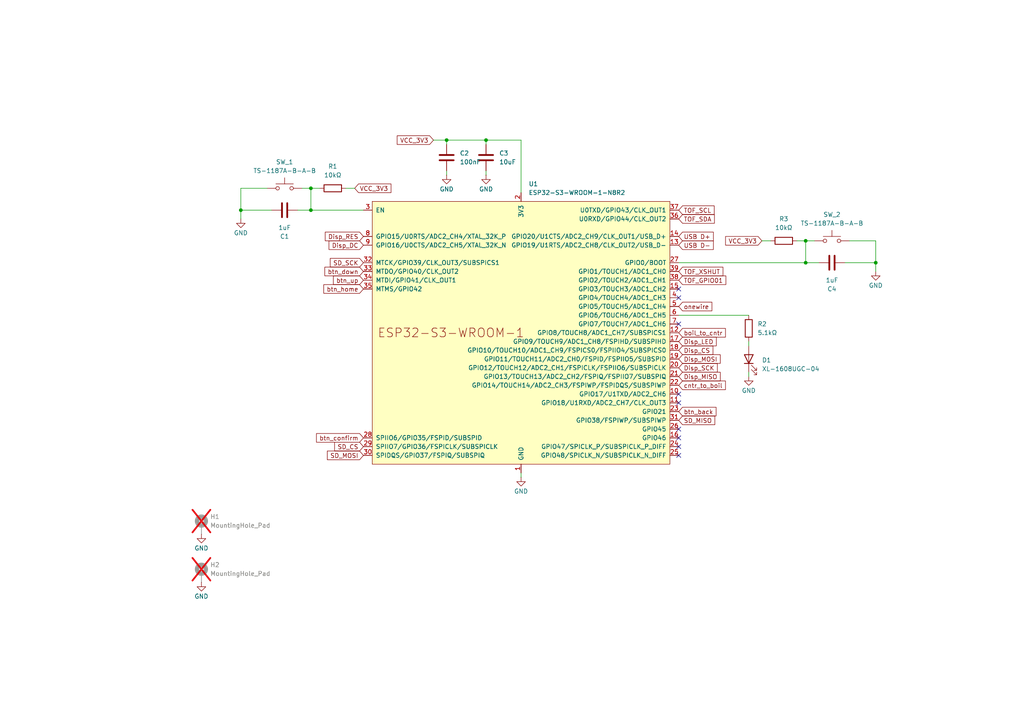
<source format=kicad_sch>
(kicad_sch (version 20231120) (generator "eeschema") (generator_version "8.0")
  (paper "A4")
  (title_block (title "Power and ESP32-S3"))
  (lib_symbols
    (symbol "Device:C" (pin_numbers hide) (pin_names (offset 0.254))
      (property "Reference" "C" (at 0.635 2.54 0))
      (property "Value" "C" (at 0.635 -2.54 0))
      (symbol "C_0_1"
        (polyline (pts (xy -2.032 -0.762) (xy 2.032 -0.762)) (stroke (width 0.508)))
        (polyline (pts (xy -2.032 0.762) (xy 2.032 0.762)) (stroke (width 0.508)))
      )
      (symbol "C_1_1"
        (pin passive line (at 0 3.81 270) (length 2.794) (name "~") (number "1"))
        (pin passive line (at 0 -3.81 90) (length 2.794) (name "~") (number "2"))
      )
    )
    (symbol "Device:LED" (pin_numbers hide) (pin_names (offset 1.016) hide)
      (property "Reference" "D" (at 0 2.54 0))
      (property "Value" "LED" (at 0 -2.54 0))
      (symbol "LED_0_1"
        (polyline (pts (xy -1.27 -1.27) (xy -1.27 1.27)) (stroke (width 0.254)))
        (polyline (pts (xy -1.27 0) (xy 1.27 0)))
        (polyline (pts (xy 1.27 -1.27) (xy 1.27 1.27) (xy -1.27 0) (xy 1.27 -1.27)) (stroke (width 0.254)))
        (polyline (pts (xy -3.048 -0.762) (xy -4.572 -2.286) (xy -3.81 -2.286) (xy -4.572 -2.286) (xy -4.572 -1.524)))
        (polyline (pts (xy -1.778 -0.762) (xy -3.302 -2.286) (xy -2.54 -2.286) (xy -3.302 -2.286) (xy -3.302 -1.524)))
      )
      (symbol "LED_1_1"
        (pin passive line (at -3.81 0 0) (length 2.54) (name "K") (number "1"))
        (pin passive line (at 3.81 0 180) (length 2.54) (name "A") (number "2"))
      )
    )
    (symbol "Device:R" (pin_numbers hide) (pin_names (offset 0))
      (property "Reference" "R" (at 2.032 0 90))
      (property "Value" "R" (at 0 0 90))
      (symbol "R_0_1"
        (rectangle (start -1.016 -2.54) (end 1.016 2.54) (stroke (width 0.254)))
      )
      (symbol "R_1_1"
        (pin passive line (at 0 3.81 270) (length 1.27) (name "~") (number "1"))
        (pin passive line (at 0 -3.81 90) (length 1.27) (name "~") (number "2"))
      )
    )
    (symbol "Mechanical:MountingHole_Pad" (pin_numbers hide) (pin_names (offset 1.016) hide) (exclude_from_sim yes) (in_bom no)
      (property "Reference" "H" (at 0 6.35 0))
      (property "Value" "MountingHole_Pad" (at 0 4.445 0))
      (symbol "MountingHole_Pad_0_1"
        (circle (center 0 1.27) (radius 1.27) (stroke (width 1.27)))
      )
      (symbol "MountingHole_Pad_1_1"
        (pin input line (at 0 -2.54 90) (length 2.54) (name "1") (number "1"))
      )
    )
    (symbol "PCM_Espressif:ESP32-S3-WROOM-1" (pin_names (offset 1.016))
      (property "Reference" "U" (at -43.18 43.18 0))
      (property "Value" "ESP32-S3-WROOM-1" (at -43.18 40.64 0))
      (symbol "ESP32-S3-WROOM-1_0_0"
        (text "ESP32-S3-WROOM-1" (at -20.32 0 0) (effects (font (size 2.54 2.54))))
        (pin power_in line (at 0 -40.64 90) (length 2.54) (name "GND") (number "1"))
        (pin bidirectional line (at 45.72 -17.78 180) (length 2.54) (name "GPIO17/U1TXD/ADC2_CH6") (number "10"))
        (pin bidirectional line (at 45.72 -20.32 180) (length 2.54) (name "GPIO18/U1RXD/ADC2_CH7/CLK_OUT3") (number "11"))
        (pin bidirectional line (at 45.72 0 180) (length 2.54) (name "GPIO8/TOUCH8/ADC1_CH7/SUBSPICS1") (number "12"))
        (pin bidirectional line (at 45.72 25.4 180) (length 2.54) (name "GPIO19/U1RTS/ADC2_CH8/CLK_OUT2/USB_D-") (number "13"))
        (pin bidirectional line (at 45.72 27.94 180) (length 2.54) (name "GPIO20/U1CTS/ADC2_CH9/CLK_OUT1/USB_D+") (number "14"))
        (pin bidirectional line (at 45.72 12.7 180) (length 2.54) (name "GPIO3/TOUCH3/ADC1_CH2") (number "15"))
        (pin bidirectional line (at 45.72 -30.48 180) (length 2.54) (name "GPIO46") (number "16"))
        (pin bidirectional line (at 45.72 -2.54 180) (length 2.54) (name "GPIO9/TOUCH9/ADC1_CH8/FSPIHD/SUBSPIHD") (number "17"))
        (pin bidirectional line (at 45.72 -5.08 180) (length 2.54) (name "GPIO10/TOUCH10/ADC1_CH9/FSPICS0/FSPIIO4/SUBSPICS0") (number "18"))
        (pin bidirectional line (at 45.72 -7.62 180) (length 2.54) (name "GPIO11/TOUCH11/ADC2_CH0/FSPID/FSPIIO5/SUBSPID") (number "19"))
        (pin power_in line (at 0 40.64 270) (length 2.54) (name "3V3") (number "2"))
        (pin bidirectional line (at 45.72 -10.16 180) (length 2.54) (name "GPIO12/TOUCH12/ADC2_CH1/FSPICLK/FSPIIO6/SUBSPICLK") (number "20"))
        (pin bidirectional line (at 45.72 -12.7 180) (length 2.54) (name "GPIO13/TOUCH13/ADC2_CH2/FSPIQ/FSPIIO7/SUBSPIQ") (number "21"))
        (pin bidirectional line (at 45.72 -15.24 180) (length 2.54) (name "GPIO14/TOUCH14/ADC2_CH3/FSPIWP/FSPIDQS/SUBSPIWP") (number "22"))
        (pin bidirectional line (at 45.72 -22.86 180) (length 2.54) (name "GPIO21") (number "23"))
        (pin bidirectional line (at 45.72 -33.02 180) (length 2.54) (name "GPIO47/SPICLK_P/SUBSPICLK_P_DIFF") (number "24"))
        (pin bidirectional line (at 45.72 -35.56 180) (length 2.54) (name "GPIO48/SPICLK_N/SUBSPICLK_N_DIFF") (number "25"))
        (pin bidirectional line (at 45.72 -27.94 180) (length 2.54) (name "GPIO45") (number "26"))
        (pin bidirectional line (at 45.72 20.32 180) (length 2.54) (name "GPIO0/BOOT") (number "27"))
        (pin bidirectional line (at -45.72 -30.48 0) (length 2.54) (name "SPIIO6/GPIO35/FSPID/SUBSPID") (number "28"))
        (pin bidirectional line (at -45.72 -33.02 0) (length 2.54) (name "SPIIO7/GPIO36/FSPICLK/SUBSPICLK") (number "29"))
        (pin input line (at -45.72 35.56 0) (length 2.54) (name "EN") (number "3"))
        (pin bidirectional line (at -45.72 -35.56 0) (length 2.54) (name "SPIDQS/GPIO37/FSPIQ/SUBSPIQ") (number "30"))
        (pin bidirectional line (at 45.72 -25.4 180) (length 2.54) (name "GPIO38/FSPIWP/SUBSPIWP") (number "31"))
        (pin bidirectional line (at -45.72 20.32 0) (length 2.54) (name "MTCK/GPIO39/CLK_OUT3/SUBSPICS1") (number "32"))
        (pin bidirectional line (at -45.72 17.78 0) (length 2.54) (name "MTDO/GPIO40/CLK_OUT2") (number "33"))
        (pin bidirectional line (at -45.72 15.24 0) (length 2.54) (name "MTDI/GPIO41/CLK_OUT1") (number "34"))
        (pin bidirectional line (at -45.72 12.7 0) (length 2.54) (name "MTMS/GPIO42") (number "35"))
        (pin bidirectional line (at 45.72 33.02 180) (length 2.54) (name "U0RXD/GPIO44/CLK_OUT2") (number "36"))
        (pin bidirectional line (at 45.72 35.56 180) (length 2.54) (name "U0TXD/GPIO43/CLK_OUT1") (number "37"))
        (pin bidirectional line (at 45.72 15.24 180) (length 2.54) (name "GPIO2/TOUCH2/ADC1_CH1") (number "38"))
        (pin bidirectional line (at 45.72 17.78 180) (length 2.54) (name "GPIO1/TOUCH1/ADC1_CH0") (number "39"))
        (pin bidirectional line (at 45.72 10.16 180) (length 2.54) (name "GPIO4/TOUCH4/ADC1_CH3") (number "4"))
        (pin passive line (at 0 -40.64 90) (length 2.54) hide (name "GND") (number "40"))
        (pin passive line (at 0 -40.64 90) (length 2.54) hide (name "GND") (number "41"))
        (pin bidirectional line (at 45.72 7.62 180) (length 2.54) (name "GPIO5/TOUCH5/ADC1_CH4") (number "5"))
        (pin bidirectional line (at 45.72 5.08 180) (length 2.54) (name "GPIO6/TOUCH6/ADC1_CH5") (number "6"))
        (pin bidirectional line (at 45.72 2.54 180) (length 2.54) (name "GPIO7/TOUCH7/ADC1_CH6") (number "7"))
        (pin bidirectional line (at -45.72 27.94 0) (length 2.54) (name "GPIO15/U0RTS/ADC2_CH4/XTAL_32K_P") (number "8"))
        (pin bidirectional line (at -45.72 25.4 0) (length 2.54) (name "GPIO16/U0CTS/ADC2_CH5/XTAL_32K_N") (number "9"))
      )
      (symbol "ESP32-S3-WROOM-1_0_1"
        (rectangle (start -43.18 38.1) (end 43.18 -38.1) (fill (type background)))
      )
    )
    (symbol "Switch:SW_Push" (pin_numbers hide) (pin_names (offset 1.016) hide)
      (property "Reference" "SW" (at 1.27 2.54 0))
      (property "Value" "SW_Push" (at 0 -1.524 0))
      (symbol "SW_Push_0_1"
        (circle (center -2.032 0) (radius 0.508))
        (polyline (pts (xy 0 1.27) (xy 0 3.048)))
        (polyline (pts (xy 2.54 1.27) (xy -2.54 1.27)))
        (circle (center 2.032 0) (radius 0.508))
        (pin passive line (at -5.08 0 0) (length 2.54) (name "1") (number "1"))
        (pin passive line (at 5.08 0 180) (length 2.54) (name "2") (number "2"))
      )
    )
    (symbol "power:GND" (power) (pin_numbers hide) (pin_names (offset 0) hide)
      (property "Value" "GND" (at 0 -3.81 0))
      (symbol "GND_0_1"
        (polyline (pts (xy 0 0) (xy 0 -1.27) (xy 1.27 -1.27) (xy 0 -2.54) (xy -1.27 -1.27) (xy 0 -1.27)))
      )
      (symbol "GND_1_1"
        (pin power_in line (at 0 0 270) (length 0) (name "~") (number "1"))
      )
    )
  )
  (junction (at 90.17 60.96))
  (junction (at 129.54 40.64))
  (junction (at 69.85 60.96))
  (junction (at 233.68 76.2))
  (junction (at 233.68 69.85))
  (junction (at 90.17 54.61))
  (junction (at 140.97 40.64))
  (junction (at 254 76.2))
  (no_connect (at 196.85 83.82))
  (no_connect (at 196.85 132.08))
  (no_connect (at 196.85 129.54))
  (no_connect (at 196.85 114.3))
  (no_connect (at 196.85 86.36))
  (no_connect (at 196.85 127))
  (no_connect (at 196.85 93.98))
  (no_connect (at 196.85 116.84))
  (no_connect (at 196.85 124.46))
  (wire (pts (xy 217.17 107.95) (xy 217.17 109.22)))
  (wire (pts (xy 254 69.85) (xy 254 76.2)))
  (wire (pts (xy 90.17 60.96) (xy 105.41 60.96)))
  (wire (pts (xy 245.11 76.2) (xy 254 76.2)))
  (wire (pts (xy 100.33 54.61) (xy 102.87 54.61)))
  (wire (pts (xy 129.54 40.64) (xy 140.97 40.64)))
  (wire (pts (xy 246.38 69.85) (xy 254 69.85)))
  (wire (pts (xy 151.13 40.64) (xy 151.13 55.88)))
  (wire (pts (xy 90.17 54.61) (xy 90.17 60.96)))
  (wire (pts (xy 140.97 49.53) (xy 140.97 50.8)))
  (wire (pts (xy 217.17 99.06) (xy 217.17 100.33)))
  (wire (pts (xy 223.52 69.85) (xy 220.98 69.85)))
  (wire (pts (xy 129.54 49.53) (xy 129.54 50.8)))
  (wire (pts (xy 125.73 40.64) (xy 129.54 40.64)))
  (wire (pts (xy 129.54 40.64) (xy 129.54 41.91)))
  (wire (pts (xy 90.17 60.96) (xy 86.36 60.96)))
  (wire (pts (xy 69.85 60.96) (xy 69.85 63.5)))
  (wire (pts (xy 196.85 91.44) (xy 217.17 91.44)))
  (wire (pts (xy 77.47 54.61) (xy 69.85 54.61)))
  (wire (pts (xy 151.13 40.64) (xy 140.97 40.64)))
  (wire (pts (xy 254 76.2) (xy 254 78.74)))
  (wire (pts (xy 233.68 76.2) (xy 237.49 76.2)))
  (wire (pts (xy 196.85 76.2) (xy 233.68 76.2)))
  (wire (pts (xy 90.17 54.61) (xy 87.63 54.61)))
  (wire (pts (xy 140.97 40.64) (xy 140.97 41.91)))
  (wire (pts (xy 78.74 60.96) (xy 69.85 60.96)))
  (wire (pts (xy 92.71 54.61) (xy 90.17 54.61)))
  (wire (pts (xy 69.85 54.61) (xy 69.85 60.96)))
  (wire (pts (xy 233.68 69.85) (xy 236.22 69.85)))
  (wire (pts (xy 231.14 69.85) (xy 233.68 69.85)))
  (wire (pts (xy 233.68 69.85) (xy 233.68 76.2)))
  (wire (pts (xy 151.13 137.16) (xy 151.13 138.43)))
  (global_label "SD_MISO" (shape input) (at 196.85 121.92 0) (property "Intersheetrefs" "${INTERSHEET_REFS}" (effects (hide yes))))
  (global_label "VCC_3V3" (shape input) (at 102.87 54.61 0) (property "Intersheetrefs" "${INTERSHEET_REFS}" (effects (hide yes))))
  (global_label "USB D-" (shape input) (at 196.85 71.12 0) (property "Intersheetrefs" "${INTERSHEET_REFS}" (effects (hide yes))))
  (global_label "Disp_RES" (shape input) (at 105.41 68.58 180) (property "Intersheetrefs" "${INTERSHEET_REFS}" (effects (hide yes))))
  (global_label "btn_confirm" (shape input) (at 105.41 127 180) (property "Intersheetrefs" "${INTERSHEET_REFS}" (effects (hide yes))))
  (global_label "boil_to_cntr" (shape input) (at 196.85 96.52 0) (property "Intersheetrefs" "${INTERSHEET_REFS}" (effects (hide yes))))
  (global_label "SD_SCK" (shape input) (at 105.41 76.2 180) (property "Intersheetrefs" "${INTERSHEET_REFS}" (effects (hide yes))))
  (global_label "btn_home" (shape input) (at 105.41 83.82 180) (property "Intersheetrefs" "${INTERSHEET_REFS}" (effects (hide yes))))
  (global_label "Disp_DC" (shape input) (at 105.41 71.12 180) (property "Intersheetrefs" "${INTERSHEET_REFS}" (effects (hide yes))))
  (global_label "onewire" (shape input) (at 196.85 88.9 0) (property "Intersheetrefs" "${INTERSHEET_REFS}" (effects (hide yes))))
  (global_label "btn_down" (shape input) (at 105.41 78.74 180) (property "Intersheetrefs" "${INTERSHEET_REFS}" (effects (hide yes))))
  (global_label "Disp_MISO" (shape input) (at 196.85 109.22 0) (property "Intersheetrefs" "${INTERSHEET_REFS}" (effects (hide yes))))
  (global_label "VCC_3V3" (shape input) (at 125.73 40.64 180) (property "Intersheetrefs" "${INTERSHEET_REFS}" (effects (hide yes))))
  (global_label "cntr_to_boil" (shape input) (at 196.85 111.76 0) (property "Intersheetrefs" "${INTERSHEET_REFS}" (effects (hide yes))))
  (global_label "TOF_GPIO01" (shape input) (at 196.85 81.28 0) (property "Intersheetrefs" "${INTERSHEET_REFS}" (effects (hide yes))))
  (global_label "btn_back" (shape input) (at 196.85 119.38 0) (property "Intersheetrefs" "${INTERSHEET_REFS}" (effects (hide yes))))
  (global_label "SD_MOSI" (shape input) (at 105.41 132.08 180) (property "Intersheetrefs" "${INTERSHEET_REFS}" (effects (hide yes))))
  (global_label "Disp_MOSI" (shape input) (at 196.85 104.14 0) (property "Intersheetrefs" "${INTERSHEET_REFS}" (effects (hide yes))))
  (global_label "USB D+" (shape input) (at 196.85 68.58 0) (property "Intersheetrefs" "${INTERSHEET_REFS}" (effects (hide yes))))
  (global_label "btn_up" (shape input) (at 105.41 81.28 180) (property "Intersheetrefs" "${INTERSHEET_REFS}" (effects (hide yes))))
  (global_label "TOF_XSHUT" (shape input) (at 196.85 78.74 0) (property "Intersheetrefs" "${INTERSHEET_REFS}" (effects (hide yes))))
  (global_label "SD_CS" (shape input) (at 105.41 129.54 180) (property "Intersheetrefs" "${INTERSHEET_REFS}" (effects (hide yes))))
  (global_label "TOF_SDA" (shape input) (at 196.85 63.5 0) (property "Intersheetrefs" "${INTERSHEET_REFS}" (effects (hide yes))))
  (global_label "Disp_LED" (shape input) (at 196.85 99.06 0) (property "Intersheetrefs" "${INTERSHEET_REFS}" (effects (hide yes))))
  (global_label "Disp_CS" (shape input) (at 196.85 101.6 0) (property "Intersheetrefs" "${INTERSHEET_REFS}" (effects (hide yes))))
  (global_label "VCC_3V3" (shape input) (at 220.98 69.85 180) (property "Intersheetrefs" "${INTERSHEET_REFS}" (effects (hide yes))))
  (global_label "TOF_SCL" (shape input) (at 196.85 60.96 0) (property "Intersheetrefs" "${INTERSHEET_REFS}" (effects (hide yes))))
  (global_label "Disp_SCK" (shape input) (at 196.85 106.68 0) (property "Intersheetrefs" "${INTERSHEET_REFS}" (effects (hide yes))))
  (symbol (lib_id "power:GND") (at 140.97 50.8 0) (unit 1)
    (property "Reference" "#PWR05" (effects (hide yes)))
    (property "Value" "GND" (at 140.97 54.864 0))
    (property "Description" "Power symbol creates a global label with name \"GND\" , ground" (effects (hide yes)))
  )
  (symbol (lib_id "PCM_Espressif:ESP32-S3-WROOM-1") (at 151.13 96.52 0) (unit 1)
    (property "Reference" "U1" (at 153.3241 53.34 0) (effects (justify left)))
    (property "Value" "ESP32-S3-WROOM-1-N8R2" (at 153.3241 55.88 0) (effects (justify left)))
    (property "Footprint" "PCM_Espressif:ESP32-S3-WROOM-1" (effects (hide yes)))
    (property "Datasheet" "https://www.espressif.com/sites/default/files/documentation/esp32-s3-wroom-1_wroom-1u_datasheet_en.pdf" (effects (hide yes)))
    (property "Description" "2.4 GHz WiFi (802.11 b/g/n) and Bluetooth ® 5 (LE) module Built around ESP32S3 series of SoCs, Xtensa ® dualcore 32bit LX7 microprocessor Flash up to 16 MB, PSRAM up to 8 MB 36 GPIOs, rich set of peripherals Onboard PCB antenna" (effects (hide yes)))
    (property "LCSC Part # " "C2913204" (effects (hide yes)))
  )
  (symbol (lib_id "Switch:SW_Push") (at 241.3 69.85 0) (unit 1)
    (property "Reference" "SW_2" (at 241.3 62.23 0))
    (property "Value" "TS-1187A-B-A-B" (at 241.3 64.77 0))
    (property "Footprint" "Button_Switch_SMD:SW_SPST_TL3342" (effects (hide yes)))
    (property "Datasheet" "https://www.lcsc.com/datasheet/lcsc_datasheet_2304140030_XKB-Connection-TS-1187A-B-A-B_C318884.pdf" (effects (hide yes)))
    (property "Description" "Push button switch, generic, two pins" (effects (hide yes)))
    (property "Comment" "BOOT" (effects (hide yes)))
    (property "LCSC Part # " "C318884" (effects (hide yes)))
  )
  (symbol (lib_id "Device:R") (at 227.33 69.85 90) (mirror x) (unit 1)
    (property "Reference" "R3" (at 227.33 63.5 90))
    (property "Value" "10kΩ" (at 227.33 66.04 90))
    (property "Footprint" "Resistor_SMD:R_0603_1608Metric" (effects (hide yes)))
    (property "Datasheet" "https://www.lcsc.com/datasheet/lcsc_datasheet_2206010045_UNI-ROYAL-Uniroyal-Elec-0603WAF1002T5E_C25804.pdf" (effects (hide yes)))
    (property "Description" "100mW Thick Film Resistors 75V ±100ppm/℃ ±1% 10kΩ 0603 Chip Resistor - Surface Mount ROHS" (effects (hide yes)))
    (property "LCSC Part # " "C25804" (effects (hide yes)))
  )
  (symbol (lib_id "Mechanical:MountingHole_Pad") (at 58.42 166.37 0) (unit 1) (exclude_from_sim yes) (in_bom no) (dnp yes)
    (property "Reference" "H2" (at 60.96 163.8299 0) (effects (justify left)))
    (property "Value" "MountingHole_Pad" (at 60.96 166.3699 0) (effects (justify left)))
    (property "Footprint" "MountingHole:MountingHole_3.2mm_M3_ISO7380_Pad_TopBottom" (effects (hide yes)))
    (property "Description" "Mounting Hole with connection" (effects (hide yes)))
  )
  (symbol (lib_id "power:GND") (at 254 78.74 0) (unit 1)
    (property "Reference" "#PWR08" (effects (hide yes)))
    (property "Value" "GND" (at 254 82.804 0))
    (property "Description" "Power symbol creates a global label with name \"GND\" , ground" (effects (hide yes)))
  )
  (symbol (lib_id "Device:C") (at 140.97 45.72 0) (unit 1)
    (property "Reference" "C3" (at 144.78 44.4499 0) (effects (justify left)))
    (property "Value" "10uF" (at 144.78 46.9899 0) (effects (justify left)))
    (property "Footprint" "Capacitor_SMD:C_0402_1005Metric" (effects (hide yes)))
    (property "Datasheet" "https://www.lcsc.com/datasheet/lcsc_datasheet_2208231630_Samsung-Electro-Mechanics-CL05A106MQ5NUNC_C15525.pdf" (effects (hide yes)))
    (property "Description" "6.3V 10uF X5R ±20% 0402 Multilayer Ceramic Capacitors MLCC - SMD/SMT ROHS" (effects (hide yes)))
    (property "LCSC Part # " "C15525" (effects (hide yes)))
  )
  (symbol (lib_id "Device:LED") (at 217.17 104.14 90) (unit 1)
    (property "Reference" "D1" (at 220.98 104.4574 90) (effects (justify right)))
    (property "Value" "XL-1608UGC-04" (at 220.98 106.9974 90) (effects (justify right)))
    (property "Footprint" "LED_SMD:LED_0603_1608Metric" (effects (hide yes)))
    (property "Datasheet" "https://wmsc.lcsc.com/wmsc/upload/file/pdf/v2/lcsc/2402181505_XINGLIGHT-XL-1608UGC-04_C965804.pdf" (effects (hide yes)))
    (property "Description" "LED, green, 520nm" (effects (hide yes)))
    (property "LCSC Part # " "C965804" (effects (hide yes)))
  )
  (symbol (lib_id "Device:R") (at 217.17 95.25 180) (unit 1)
    (property "Reference" "R2" (at 219.71 93.9799 0) (effects (justify right)))
    (property "Value" "5.1kΩ" (at 219.71 96.5199 0) (effects (justify right)))
    (property "Footprint" "Resistor_SMD:R_0603_1608Metric" (effects (hide yes)))
    (property "Description" "100mW Thick Film Resistors 75V ±100ppm/℃ ±1% 5.1kΩ 0603 Chip Resistor - Surface Mount ROHS" (effects (hide yes)))
    (property "LCSC Part # " "C23186" (effects (hide yes)))
  )
  (symbol (lib_id "Device:R") (at 96.52 54.61 270) (unit 1)
    (property "Reference" "R1" (at 96.52 48.26 90))
    (property "Value" "10kΩ" (at 96.52 50.8 90))
    (property "Footprint" "Resistor_SMD:R_0603_1608Metric" (effects (hide yes)))
    (property "Datasheet" "https://www.lcsc.com/datasheet/lcsc_datasheet_2206010045_UNI-ROYAL-Uniroyal-Elec-0603WAF1002T5E_C25804.pdf" (effects (hide yes)))
    (property "Description" "100mW Thick Film Resistors 75V ±100ppm/℃ ±1% 10kΩ 0603 Chip Resistor - Surface Mount ROHS" (effects (hide yes)))
    (property "LCSC Part # " "C25804" (effects (hide yes)))
  )
  (symbol (lib_id "power:GND") (at 69.85 63.5 0) (mirror y) (unit 1)
    (property "Reference" "#PWR03" (effects (hide yes)))
    (property "Value" "GND" (at 69.85 67.564 0))
    (property "Description" "Power symbol creates a global label with name \"GND\" , ground" (effects (hide yes)))
  )
  (symbol (lib_id "power:GND") (at 151.13 138.43 0) (unit 1)
    (property "Reference" "#PWR06" (effects (hide yes)))
    (property "Value" "GND" (at 151.13 142.494 0))
    (property "Description" "Power symbol creates a global label with name \"GND\" , ground" (effects (hide yes)))
  )
  (symbol (lib_id "power:GND") (at 129.54 50.8 0) (unit 1)
    (property "Reference" "#PWR04" (effects (hide yes)))
    (property "Value" "GND" (at 129.54 54.864 0))
    (property "Description" "Power symbol creates a global label with name \"GND\" , ground" (effects (hide yes)))
  )
  (symbol (lib_id "power:GND") (at 58.42 168.91 0) (unit 1)
    (property "Reference" "#PWR02" (effects (hide yes)))
    (property "Value" "GND" (at 58.42 172.974 0))
    (property "Description" "Power symbol creates a global label with name \"GND\" , ground" (effects (hide yes)))
  )
  (symbol (lib_id "Device:C") (at 241.3 76.2 90) (mirror x) (unit 1)
    (property "Reference" "C4" (at 241.3 83.82 90))
    (property "Value" "1uF" (at 241.3 81.28 90))
    (property "Footprint" "Capacitor_SMD:C_0603_1608Metric" (effects (hide yes)))
    (property "Datasheet" "https://www.lcsc.com/datasheet/lcsc_datasheet_2304140030_Samsung-Electro-Mechanics-CL10A105KB8NNNC_C15849.pdf" (effects (hide yes)))
    (property "Description" "50V 1uF X5R ±10% 0603 Multilayer Ceramic Capacitors MLCC - SMD/SMT ROHS" (effects (hide yes)))
    (property "LCSC Part # " "C15849" (effects (hide yes)))
  )
  (symbol (lib_id "power:GND") (at 58.42 154.94 0) (unit 1)
    (property "Reference" "#PWR01" (effects (hide yes)))
    (property "Value" "GND" (at 58.42 159.004 0))
    (property "Description" "Power symbol creates a global label with name \"GND\" , ground" (effects (hide yes)))
  )
  (symbol (lib_id "Device:C") (at 82.55 60.96 270) (unit 1)
    (property "Reference" "C1" (at 82.55 68.58 90))
    (property "Value" "1uF" (at 82.55 66.04 90))
    (property "Footprint" "Capacitor_SMD:C_0603_1608Metric" (effects (hide yes)))
    (property "Datasheet" "https://www.lcsc.com/datasheet/lcsc_datasheet_2304140030_Samsung-Electro-Mechanics-CL10A105KB8NNNC_C15849.pdf" (effects (hide yes)))
    (property "Description" "50V 1uF X5R ±10% 0603 Multilayer Ceramic Capacitors MLCC - SMD/SMT ROHS" (effects (hide yes)))
    (property "LCSC Part # " "C15849" (effects (hide yes)))
  )
  (symbol (lib_id "power:GND") (at 217.17 109.22 0) (unit 1)
    (property "Reference" "#PWR07" (effects (hide yes)))
    (property "Value" "GND" (at 217.17 113.284 0))
    (property "Description" "Power symbol creates a global label with name \"GND\" , ground" (effects (hide yes)))
  )
  (symbol (lib_id "Device:C") (at 129.54 45.72 0) (unit 1)
    (property "Reference" "C2" (at 133.35 44.4499 0) (effects (justify left)))
    (property "Value" "100nF" (at 133.35 46.9899 0) (effects (justify left)))
    (property "Footprint" "Capacitor_SMD:C_0603_1608Metric" (effects (hide yes)))
    (property "Datasheet" "https://www.lcsc.com/datasheet/lcsc_datasheet_2211101700_YAGEO-CC0603KRX7R9BB104_C14663.pdf" (effects (hide yes)))
    (property "Description" "50V 100nF X7R ±10% 0603 Multilayer Ceramic Capacitors MLCC - SMD/SMT ROHS" (effects (hide yes)))
    (property "LCSC Part # " "C14663" (effects (hide yes)))
  )
  (symbol (lib_id "Switch:SW_Push") (at 82.55 54.61 0) (mirror y) (unit 1)
    (property "Reference" "SW_1" (at 82.55 46.99 0))
    (property "Value" "TS-1187A-B-A-B" (at 82.55 49.53 0))
    (property "Footprint" "Button_Switch_SMD:SW_SPST_TL3342" (effects (hide yes)))
    (property "Datasheet" "https://www.lcsc.com/datasheet/lcsc_datasheet_2304140030_XKB-Connection-TS-1187A-B-A-B_C318884.pdf" (effects (hide yes)))
    (property "Description" "Push button switch, generic, two pins" (effects (hide yes)))
    (property "Comment" "EN" (effects (hide yes)))
    (property "LCSC Part # " "C318884" (effects (hide yes)))
  )
  (symbol (lib_id "Mechanical:MountingHole_Pad") (at 58.42 152.4 0) (unit 1) (exclude_from_sim yes) (in_bom no) (dnp yes)
    (property "Reference" "H1" (at 60.96 149.8599 0) (effects (justify left)))
    (property "Value" "MountingHole_Pad" (at 60.96 152.3999 0) (effects (justify left)))
    (property "Footprint" "MountingHole:MountingHole_3.2mm_M3_ISO7380_Pad_TopBottom" (effects (hide yes)))
    (property "Description" "Mounting Hole with connection" (effects (hide yes)))
  )
)
</source>
